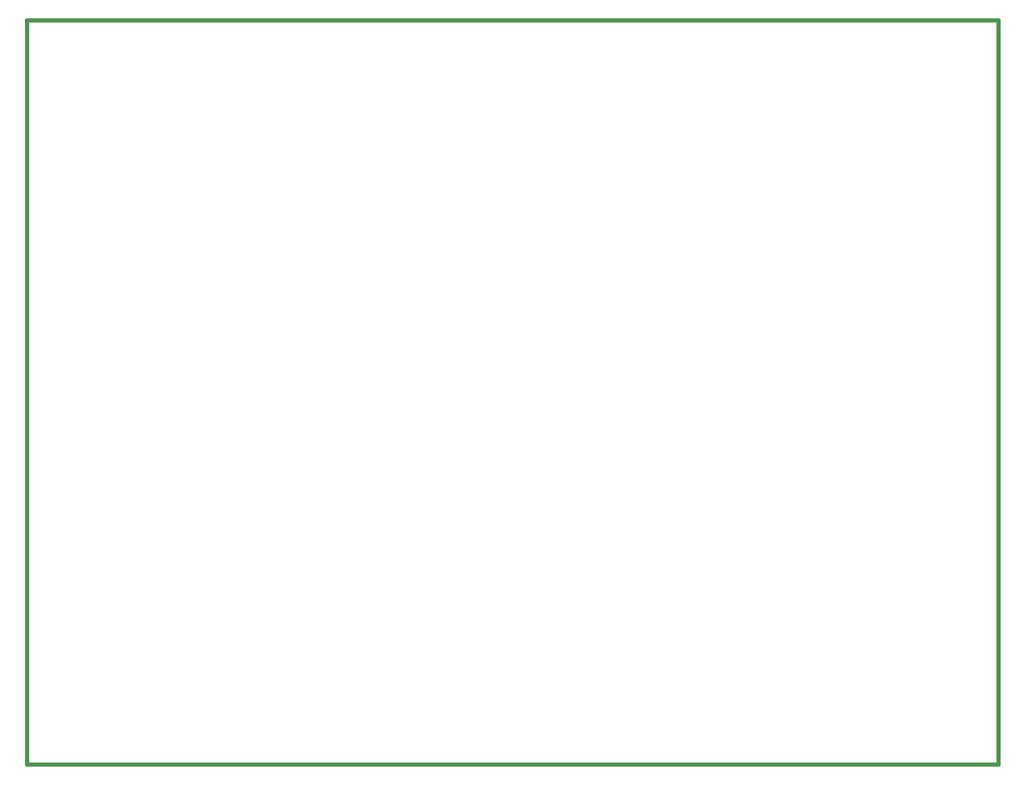
<source format=gko>
G75*
%MOIN*%
%OFA0B0*%
%FSLAX25Y25*%
%IPPOS*%
%LPD*%
%AMOC8*
5,1,8,0,0,1.08239X$1,22.5*
%
%ADD10C,0.01600*%
D10*
X0006120Y0025863D02*
X0006120Y0323107D01*
X0393916Y0323107D01*
X0393916Y0025863D01*
X0384073Y0025863D01*
X0386042Y0025863D02*
X0006120Y0025863D01*
M02*

</source>
